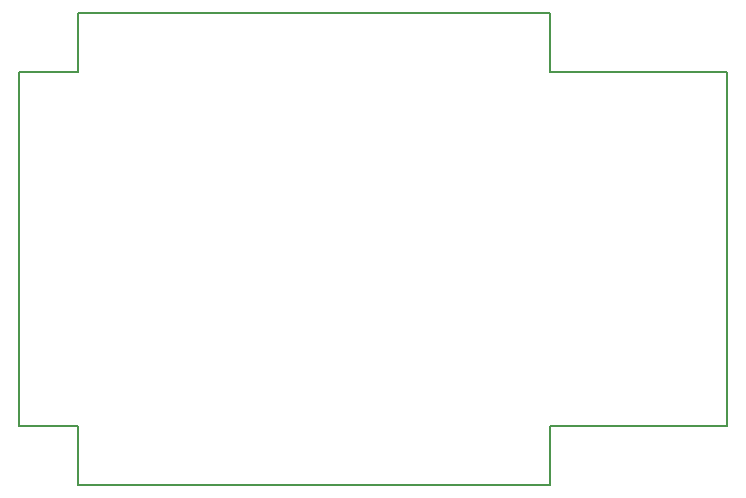
<source format=gm1>
G04 #@! TF.GenerationSoftware,KiCad,Pcbnew,(5.0.2)-1*
G04 #@! TF.CreationDate,2019-04-04T16:39:12-04:00*
G04 #@! TF.ProjectId,Dash_Warning_Panel,44617368-5f57-4617-926e-696e675f5061,rev?*
G04 #@! TF.SameCoordinates,Original*
G04 #@! TF.FileFunction,Profile,NP*
%FSLAX46Y46*%
G04 Gerber Fmt 4.6, Leading zero omitted, Abs format (unit mm)*
G04 Created by KiCad (PCBNEW (5.0.2)-1) date 4/4/2019 4:39:12 PM*
%MOMM*%
%LPD*%
G01*
G04 APERTURE LIST*
%ADD10C,0.150000*%
G04 APERTURE END LIST*
D10*
X219000000Y-143000000D02*
X218000000Y-143000000D01*
X229000000Y-113000000D02*
X229000000Y-143000000D01*
X174000000Y-143000000D02*
X174000000Y-148000000D01*
X169000000Y-143000000D02*
X174000000Y-143000000D01*
X169000000Y-113000000D02*
X169000000Y-143000000D01*
X174000000Y-113000000D02*
X169000000Y-113000000D01*
X174000000Y-108000000D02*
X174000000Y-113000000D01*
X214000000Y-108000000D02*
X174000000Y-108000000D01*
X214000000Y-113000000D02*
X214000000Y-108000000D01*
X229000000Y-113000000D02*
X214000000Y-113000000D01*
X229000000Y-143000000D02*
X214000000Y-143000000D01*
X214000000Y-148000000D02*
X214000000Y-143000000D01*
X174000000Y-148000000D02*
X214000000Y-148000000D01*
X214000000Y-148000000D02*
X174000000Y-148000000D01*
M02*

</source>
